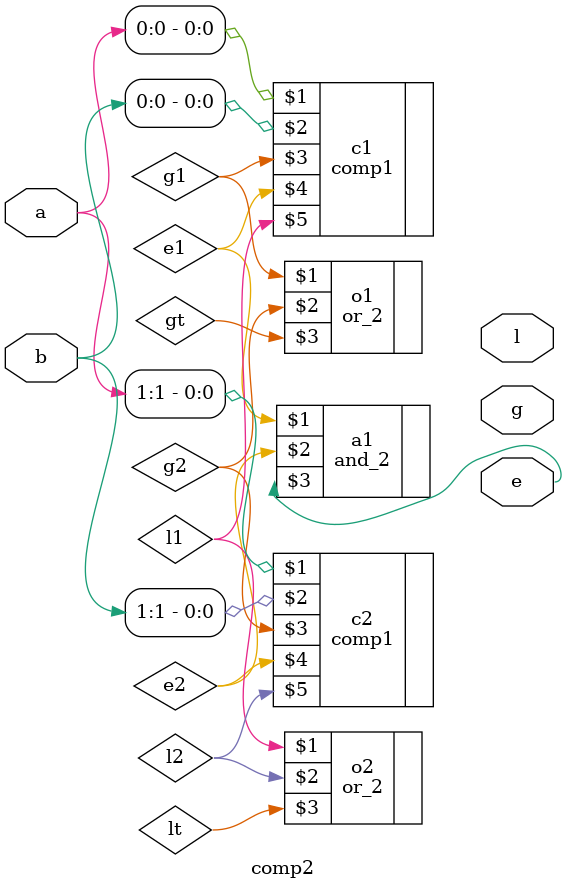
<source format=sv>
module comp2(a, b, g, e, l);
input logic [1:0] a, b;
output logic g, e, l;
logic g1, e1, l1, g2, e2, l2, gt, lt;
comp1 c1(a[0], b[0], g1, e1, l1);
comp1 c2(a[1], b[1], g2, e2, l2);
or_2 o1(g1, g2, gt);
and_2 a1(e1, e2, e);
or_2 o2(l1, l2, lt);
endmodule
</source>
